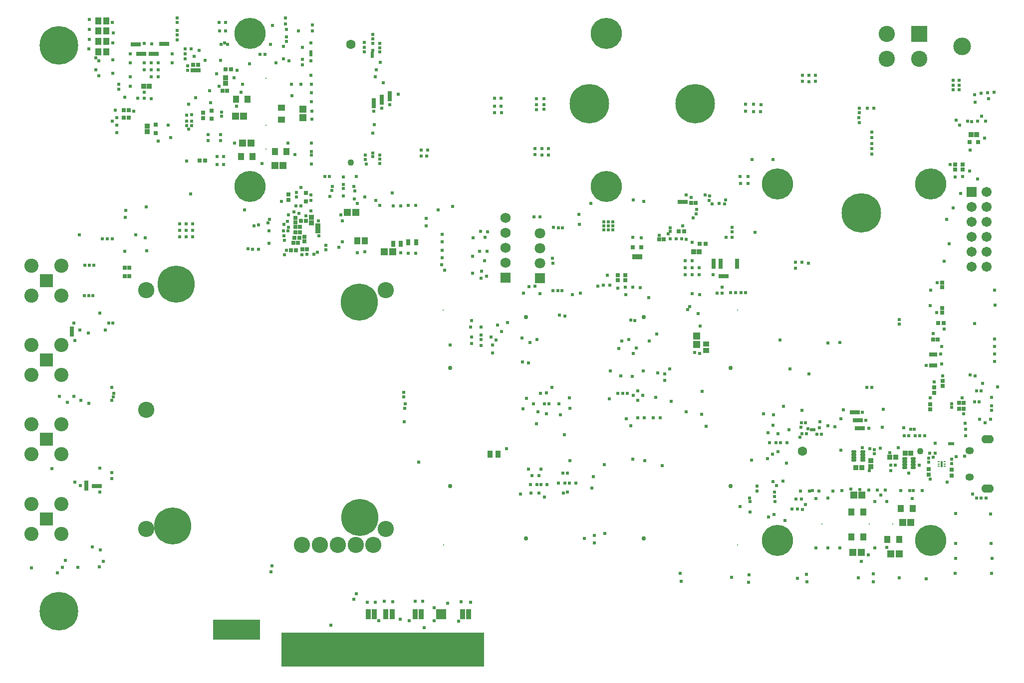
<source format=gbs>
G04*
G04 #@! TF.GenerationSoftware,Altium Limited,Altium Designer,21.6.4 (81)*
G04*
G04 Layer_Color=16711935*
%FSAX25Y25*%
%MOIN*%
G70*
G04*
G04 #@! TF.SameCoordinates,7F8DAD8D-1828-4383-9AFE-05E1B4F186B9*
G04*
G04*
G04 #@! TF.FilePolarity,Negative*
G04*
G01*
G75*
%ADD52R,0.01457X0.00945*%
%ADD53R,0.01575X0.04252*%
%ADD86R,0.02816X0.02648*%
%ADD87R,0.02016X0.02288*%
%ADD88R,0.02911X0.02648*%
%ADD89R,0.02756X0.02756*%
%ADD113R,0.02648X0.02911*%
%ADD120R,0.02288X0.02016*%
%ADD124R,0.02648X0.02816*%
%ADD149R,0.31496X0.13583*%
%ADD150R,1.35433X0.23032*%
%ADD155R,0.02572X0.02572*%
%ADD156R,0.05131X0.04934*%
%ADD157R,0.04934X0.05131*%
%ADD166R,0.02769X0.02572*%
%ADD168R,0.02965X0.02965*%
%ADD172R,0.02572X0.02769*%
%ADD173R,0.02965X0.02965*%
%ADD177R,0.03359X0.03162*%
%ADD188R,0.03162X0.03359*%
%ADD202R,0.03600X0.17300*%
%ADD203R,0.03600X0.13400*%
%ADD206C,0.09461*%
%ADD207R,0.08674X0.08674*%
%ADD208C,0.06902*%
%ADD209R,0.06902X0.06902*%
%ADD210C,0.07099*%
%ADD211R,0.07099X0.07099*%
%ADD212C,0.11800*%
%ADD213R,0.10827X0.10827*%
%ADD214C,0.10827*%
%ADD215C,0.25800*%
%ADD216O,0.05721X0.04934*%
%ADD217O,0.08280X0.05524*%
%ADD218C,0.00800*%
%ADD219C,0.06299*%
%ADD220C,0.04331*%
%ADD221C,0.26391*%
%ADD222C,0.02966*%
%ADD223C,0.10800*%
%ADD224C,0.24800*%
%ADD225R,0.00800X0.00800*%
%ADD226R,0.06706X0.06706*%
%ADD227C,0.06706*%
%ADD228C,0.02400*%
%ADD229C,0.20800*%
%ADD259R,0.01968X0.02362*%
%ADD260R,0.02712X0.02648*%
%ADD262R,0.02362X0.01968*%
%ADD266R,0.03937X0.04921*%
%ADD267R,0.04921X0.03937*%
%ADD268R,0.02029X0.01860*%
%ADD271R,0.02756X0.02756*%
G04:AMPARAMS|DCode=276|XSize=33.98mil|YSize=20.6mil|CornerRadius=5.58mil|HoleSize=0mil|Usage=FLASHONLY|Rotation=0.000|XOffset=0mil|YOffset=0mil|HoleType=Round|Shape=RoundedRectangle|*
%AMROUNDEDRECTD276*
21,1,0.03398,0.00945,0,0,0.0*
21,1,0.02284,0.02060,0,0,0.0*
1,1,0.01115,0.01142,-0.00472*
1,1,0.01115,-0.01142,-0.00472*
1,1,0.01115,-0.01142,0.00472*
1,1,0.01115,0.01142,0.00472*
%
%ADD276ROUNDEDRECTD276*%
%ADD277R,0.03359X0.03359*%
%ADD278R,0.03359X0.03359*%
%ADD279R,0.03359X0.03556*%
%ADD280R,0.03635X0.04737*%
%ADD281R,0.02965X0.02769*%
%ADD282R,0.03753X0.03556*%
%ADD283R,0.02572X0.02572*%
%ADD284R,0.04147X0.03753*%
%ADD285R,0.03950X0.04540*%
%ADD286R,0.03005X0.02847*%
%ADD287R,0.03320X0.03477*%
%ADD288R,0.03477X0.03320*%
%ADD289R,0.03162X0.03950*%
G54D52*
X0587625Y-0281567D02*
D03*
Y-0279992D02*
D03*
Y-0278418D02*
D03*
X0591680D02*
D03*
Y-0279992D02*
D03*
Y-0281567D02*
D03*
G54D53*
X0589652Y-0279992D02*
D03*
G54D86*
X0097553Y-0077165D02*
D03*
X0093785D02*
D03*
G54D87*
X0544471Y-0273290D02*
D03*
Y-0270412D02*
D03*
X0580866Y-0278931D02*
D03*
Y-0276053D02*
D03*
X0596220Y-0279718D02*
D03*
Y-0276840D02*
D03*
X0477872Y-0298948D02*
D03*
Y-0301826D02*
D03*
X0189764Y-0095927D02*
D03*
Y-0093049D02*
D03*
X0151751Y0002505D02*
D03*
Y0005383D02*
D03*
X0209449Y0004195D02*
D03*
Y0001317D02*
D03*
X0203839Y-0001514D02*
D03*
Y-0004392D02*
D03*
X0214173Y-0001711D02*
D03*
Y-0004589D02*
D03*
X0204537Y-0076439D02*
D03*
Y-0073561D02*
D03*
X0214173Y-0076242D02*
D03*
Y-0073364D02*
D03*
X0108661Y-0047638D02*
D03*
Y-0044760D02*
D03*
X0281890Y-0196715D02*
D03*
Y-0193836D02*
D03*
X0158661Y-0101429D02*
D03*
Y-0098551D02*
D03*
G54D88*
X0413911Y-0124409D02*
D03*
X0417585D02*
D03*
X0114829Y-0016142D02*
D03*
X0111155D02*
D03*
G54D89*
X0064528Y-0058729D02*
D03*
Y-0053218D02*
D03*
X0101969Y-0049213D02*
D03*
Y-0043701D02*
D03*
X0164961Y-0098819D02*
D03*
Y-0104331D02*
D03*
G54D113*
X0096063Y-0048687D02*
D03*
Y-0045013D02*
D03*
X0153150Y-0099738D02*
D03*
Y-0103412D02*
D03*
G54D120*
X0558375Y-0280755D02*
D03*
X0555497D02*
D03*
X0478876Y-0265748D02*
D03*
X0481754D02*
D03*
X0495805Y-0252362D02*
D03*
X0498683D02*
D03*
X0509116Y-0260136D02*
D03*
X0506238D02*
D03*
X0496199Y-0259842D02*
D03*
X0499077D02*
D03*
X0564506Y-0261119D02*
D03*
X0567384D02*
D03*
X0574766Y-0261122D02*
D03*
X0571888D02*
D03*
X0340809Y-0292913D02*
D03*
X0337931D02*
D03*
X0321912Y-0293701D02*
D03*
X0319033D02*
D03*
X0327030Y-0239764D02*
D03*
X0324151D02*
D03*
X0376514Y-0232972D02*
D03*
X0379392D02*
D03*
X0611553Y-0238583D02*
D03*
X0614431D02*
D03*
X0612887Y-0231102D02*
D03*
X0615765D02*
D03*
G54D124*
X0596220Y-0283876D02*
D03*
Y-0287644D02*
D03*
X0580866Y-0283482D02*
D03*
Y-0287250D02*
D03*
G54D149*
X0118504Y-0390698D02*
D03*
G54D150*
X0216142Y-0404084D02*
D03*
G54D155*
X0109055Y-0030315D02*
D03*
X0112205D02*
D03*
X0160863Y-0121457D02*
D03*
X0157713D02*
D03*
X0425197Y-0105512D02*
D03*
X0422047D02*
D03*
X0092732Y-0013129D02*
D03*
X0089583D02*
D03*
X0043268Y-0048355D02*
D03*
X0046417D02*
D03*
X0043268Y-0043355D02*
D03*
X0046417D02*
D03*
X0158107Y-0137205D02*
D03*
X0154957D02*
D03*
X0162437Y-0136417D02*
D03*
X0165587D02*
D03*
X0043701Y-0148819D02*
D03*
X0046850D02*
D03*
X0161596Y-0117597D02*
D03*
X0164746D02*
D03*
X0156434Y-0132185D02*
D03*
X0159583D02*
D03*
X0160863Y-0125000D02*
D03*
X0157713D02*
D03*
X0160469Y-0128937D02*
D03*
X0157319D02*
D03*
G54D156*
X0425938Y-0194488D02*
D03*
Y-0200000D02*
D03*
X0162992Y-0042913D02*
D03*
Y-0048425D02*
D03*
G54D157*
X0555512Y-0340158D02*
D03*
X0561024D02*
D03*
X0535827Y-0338976D02*
D03*
X0530315D02*
D03*
X0568898Y-0319291D02*
D03*
X0563386D02*
D03*
X0536221Y-0300787D02*
D03*
X0530709D02*
D03*
X0128159Y-0065403D02*
D03*
X0122648D02*
D03*
X0117825Y-0047401D02*
D03*
X0123337D02*
D03*
X0149606Y-0080315D02*
D03*
X0144095D02*
D03*
X0222835Y-0138189D02*
D03*
X0217323D02*
D03*
X0198031Y-0111811D02*
D03*
X0192520D02*
D03*
G54D166*
X0043925Y-0154365D02*
D03*
X0046878D02*
D03*
X0585335Y-0214173D02*
D03*
X0582382D02*
D03*
X0586909Y-0196850D02*
D03*
X0583957D02*
D03*
X0582382Y-0206693D02*
D03*
X0585335D02*
D03*
G54D168*
X0590748Y-0185827D02*
D03*
X0587205D02*
D03*
G54D172*
X0589764Y-0178642D02*
D03*
Y-0175689D02*
D03*
X0589730Y-0158745D02*
D03*
Y-0161698D02*
D03*
G54D173*
X0581890Y-0243602D02*
D03*
Y-0240059D02*
D03*
X0590158Y-0224311D02*
D03*
Y-0227854D02*
D03*
X0584646Y-0228937D02*
D03*
Y-0232480D02*
D03*
G54D177*
X0442028Y-0154331D02*
D03*
X0445374D02*
D03*
X0071752Y0000787D02*
D03*
X0068405D02*
D03*
X0053248Y-0005709D02*
D03*
X0056595D02*
D03*
X0536434Y-0256004D02*
D03*
X0533088D02*
D03*
X0535257Y-0250886D02*
D03*
X0531910D02*
D03*
X0533249Y-0245374D02*
D03*
X0529902D02*
D03*
X0414725Y-0104643D02*
D03*
X0418071D02*
D03*
X0052854Y0000394D02*
D03*
X0049508D02*
D03*
X0064862Y-0005709D02*
D03*
X0061516D02*
D03*
X0092831Y-0016929D02*
D03*
X0089484D02*
D03*
X0023524Y-0294882D02*
D03*
X0026870D02*
D03*
G54D188*
X0437303Y-0144390D02*
D03*
Y-0147736D02*
D03*
X0441732Y-0144390D02*
D03*
Y-0147736D02*
D03*
X0452854Y-0144390D02*
D03*
Y-0147736D02*
D03*
X0210236Y-0040431D02*
D03*
Y-0037085D02*
D03*
X0215354Y-0038291D02*
D03*
Y-0034944D02*
D03*
X0220866Y-0035972D02*
D03*
Y-0032626D02*
D03*
X0018110Y-0296161D02*
D03*
Y-0292815D02*
D03*
X0008661Y-0193012D02*
D03*
Y-0189665D02*
D03*
G54D202*
X0281102Y-0401427D02*
D03*
X0159055D02*
D03*
X0155118D02*
D03*
X0186614D02*
D03*
X0182677D02*
D03*
X0241732D02*
D03*
X0273228D02*
D03*
X0269291D02*
D03*
X0257480D02*
D03*
X0237795D02*
D03*
X0253543D02*
D03*
X0222047D02*
D03*
X0218110D02*
D03*
X0210236D02*
D03*
X0206299D02*
D03*
X0190551D02*
D03*
X0166929D02*
D03*
X0170866D02*
D03*
X0174803D02*
D03*
X0178740D02*
D03*
X0229921D02*
D03*
X0214173D02*
D03*
X0202362D02*
D03*
X0249606D02*
D03*
X0265354D02*
D03*
X0245669D02*
D03*
X0277165D02*
D03*
X0261417D02*
D03*
X0233858D02*
D03*
X0225984D02*
D03*
X0162992D02*
D03*
G54D203*
X0151181Y-0399477D02*
D03*
G54D206*
X-0018464Y-0147332D02*
D03*
X0001535D02*
D03*
Y-0167332D02*
D03*
X-0018464D02*
D03*
Y-0326781D02*
D03*
X0001535D02*
D03*
Y-0306781D02*
D03*
X-0018464D02*
D03*
X-0018465Y-0273630D02*
D03*
X0001535D02*
D03*
Y-0253630D02*
D03*
X-0018465D02*
D03*
Y-0220480D02*
D03*
X0001535D02*
D03*
Y-0200480D02*
D03*
X-0018465D02*
D03*
G54D207*
X-0008465Y-0157332D02*
D03*
Y-0316781D02*
D03*
X-0008465Y-0263630D02*
D03*
Y-0210480D02*
D03*
G54D208*
X0298031Y-0115512D02*
D03*
Y-0145512D02*
D03*
Y-0125512D02*
D03*
Y-0135512D02*
D03*
G54D209*
Y-0155512D02*
D03*
G54D210*
X0321260Y-0145669D02*
D03*
Y-0135669D02*
D03*
Y-0125669D02*
D03*
G54D211*
Y-0155669D02*
D03*
G54D212*
X0603110Y-0000805D02*
D03*
G54D213*
X0574409Y0007445D02*
D03*
G54D214*
Y-0009055D02*
D03*
X0552709Y0007445D02*
D03*
Y-0009055D02*
D03*
G54D215*
X0000000Y0000000D02*
D03*
X0000000Y-0378395D02*
D03*
G54D216*
X0608268Y-0288779D02*
D03*
Y-0271260D02*
D03*
G54D217*
X0620079Y-0263583D02*
D03*
Y-0296457D02*
D03*
G54D218*
X0138297Y-0022096D02*
D03*
Y-0069340D02*
D03*
D03*
Y-0053592D02*
D03*
X0541093Y-0320167D02*
D03*
X0556841D02*
D03*
X0509597D02*
D03*
X0556841D02*
D03*
G54D219*
X0194882Y0000394D02*
D03*
X0496457Y-0271358D02*
D03*
G54D220*
X0194882Y-0078347D02*
D03*
X0575197Y-0271358D02*
D03*
G54D221*
X0354035Y-0038976D02*
D03*
X0424803D02*
D03*
X0535827Y-0112205D02*
D03*
G54D222*
X0390462Y-0181769D02*
D03*
X0311722D02*
D03*
X0390452Y-0329890D02*
D03*
X0311712D02*
D03*
X0261082Y-0294702D02*
D03*
Y-0215962D02*
D03*
X0448573Y-0215972D02*
D03*
Y-0294712D02*
D03*
G54D223*
X0186221Y-0334252D02*
D03*
X0198031D02*
D03*
X0058268Y-0163779D02*
D03*
X0209842Y-0334252D02*
D03*
X0058268Y-0323622D02*
D03*
X0218110Y-0163779D02*
D03*
X0058268Y-0243701D02*
D03*
X0174221Y-0334252D02*
D03*
X0218110Y-0323622D02*
D03*
X0162221Y-0334252D02*
D03*
X0174221D02*
D03*
X0198031D02*
D03*
X0209842D02*
D03*
X0218110Y-0163779D02*
D03*
Y-0323622D02*
D03*
X0058268D02*
D03*
Y-0243701D02*
D03*
Y-0163779D02*
D03*
X0186221Y-0334252D02*
D03*
X0162221D02*
D03*
G54D224*
X0200876Y-0315719D02*
D03*
X0075768Y-0321622D02*
D03*
X0078268Y-0159780D02*
D03*
X0200610Y-0171879D02*
D03*
G54D225*
X0453193Y-0334056D02*
D03*
X0256593Y-0177056D02*
D03*
X0256693Y-0334056D02*
D03*
X0453193Y-0177056D02*
D03*
G54D226*
X0609449Y-0098189D02*
D03*
G54D227*
Y-0108189D02*
D03*
Y-0118189D02*
D03*
Y-0128189D02*
D03*
Y-0138189D02*
D03*
Y-0148189D02*
D03*
X0619449Y-0098189D02*
D03*
Y-0108189D02*
D03*
Y-0118189D02*
D03*
Y-0128189D02*
D03*
Y-0138189D02*
D03*
Y-0148189D02*
D03*
G54D228*
X0460236Y-0092520D02*
D03*
X0458661Y-0039370D02*
D03*
X0460236Y-0087795D02*
D03*
X0458661Y-0044094D02*
D03*
X0463779Y-0044488D02*
D03*
X0462992Y-0076378D02*
D03*
X0463779Y-0039370D02*
D03*
X0181534Y-0387757D02*
D03*
X0522047Y-0270866D02*
D03*
X0496620Y-0310492D02*
D03*
X0061811Y0000787D02*
D03*
X0593307Y-0292126D02*
D03*
X0245325Y-0120837D02*
D03*
X0500049Y-0256633D02*
D03*
X0585039Y-0266142D02*
D03*
X0560630Y-0269291D02*
D03*
X0599044Y-0275032D02*
D03*
X0585039Y-0272835D02*
D03*
X0581496D02*
D03*
X0548425Y-0269632D02*
D03*
X0541093Y-0284626D02*
D03*
X0541411Y-0269932D02*
D03*
X0536489Y-0269182D02*
D03*
X0554724Y-0272441D02*
D03*
X0555460Y-0284401D02*
D03*
X0574406Y-0280807D02*
D03*
X0567525Y-0286203D02*
D03*
X0581890Y-0290158D02*
D03*
X0583815Y-0275386D02*
D03*
X0614822Y-0250158D02*
D03*
X0604724Y-0274803D02*
D03*
X0321260Y-0166142D02*
D03*
X0150394Y-0140157D02*
D03*
X0317323Y-0114961D02*
D03*
X0321260D02*
D03*
X0309449Y-0211811D02*
D03*
X0313386Y-0212598D02*
D03*
X0124016Y-0110236D02*
D03*
X0222351Y-0098694D02*
D03*
X0245276Y-0115748D02*
D03*
X0211648Y-0103695D02*
D03*
X0044001Y-0137747D02*
D03*
X0057422Y-0128927D02*
D03*
X0089312Y-0128140D02*
D03*
X0084981D02*
D03*
X0080651D02*
D03*
X0089312Y-0123809D02*
D03*
X0084981D02*
D03*
X0080651D02*
D03*
X0089312Y-0119478D02*
D03*
X0084981D02*
D03*
X0080651D02*
D03*
X0058407Y-0137589D02*
D03*
X0044134Y-0115080D02*
D03*
X0044621Y-0110628D02*
D03*
X0058210Y-0108061D02*
D03*
X0139370Y-0118898D02*
D03*
X0262724Y-0107813D02*
D03*
X0253082Y-0110236D02*
D03*
X0317828Y-0161260D02*
D03*
X0313878Y-0161597D02*
D03*
X0286221Y-0124803D02*
D03*
X0285827Y-0137795D02*
D03*
X0285384Y-0154492D02*
D03*
X0284646Y-0128347D02*
D03*
X0284252Y-0144095D02*
D03*
X0282058Y-0151217D02*
D03*
X0281890Y-0155905D02*
D03*
X0281496Y-0124409D02*
D03*
X0280709Y-0137795D02*
D03*
X0276650Y-0128810D02*
D03*
X0276083Y-0152559D02*
D03*
Y-0141142D02*
D03*
X0255906Y-0126378D02*
D03*
Y-0131496D02*
D03*
Y-0137008D02*
D03*
Y-0142126D02*
D03*
X0257480Y-0150394D02*
D03*
X0255512Y-0146850D02*
D03*
X0140551Y-0116535D02*
D03*
X0364567Y-0326378D02*
D03*
X0357575Y-0327776D02*
D03*
X0357480Y-0332677D02*
D03*
X0350787Y-0329921D02*
D03*
X0205906Y-0372441D02*
D03*
X0211024D02*
D03*
X0222835Y-0372047D02*
D03*
X0217323Y-0371654D02*
D03*
X0237795D02*
D03*
X0242897Y-0371864D02*
D03*
X0250394Y-0375984D02*
D03*
X0259449Y-0373228D02*
D03*
X0268504Y-0372047D02*
D03*
X0274803Y-0372441D02*
D03*
X0266929Y-0385039D02*
D03*
X0243701Y-0389370D02*
D03*
X0250394Y-0384646D02*
D03*
X0227953Y-0383858D02*
D03*
X0233858Y-0384646D02*
D03*
X0213386D02*
D03*
X0513386Y-0199213D02*
D03*
X0521654Y-0198819D02*
D03*
X0591339Y-0189764D02*
D03*
X0153225Y-0121747D02*
D03*
X0133099Y-0136519D02*
D03*
X0024500Y-0008429D02*
D03*
X0603150Y-0235946D02*
D03*
X0604316Y-0246600D02*
D03*
X0152756Y-0065354D02*
D03*
X0157480Y-0073228D02*
D03*
X0381890Y-0183858D02*
D03*
X0384646Y-0184252D02*
D03*
X0359842Y-0161024D02*
D03*
X0363386Y-0160630D02*
D03*
X0367717D02*
D03*
X0454775Y-0308565D02*
D03*
X0569685Y-0303150D02*
D03*
X0608268Y-0084252D02*
D03*
X0383083Y-0161839D02*
D03*
X0421313Y-0174784D02*
D03*
X0396850Y-0249016D02*
D03*
X0129063Y-0136618D02*
D03*
X0038613Y-0053355D02*
D03*
X0172674Y-0138386D02*
D03*
X0613406Y-0089494D02*
D03*
X0388189Y-0162205D02*
D03*
X0419798Y-0176745D02*
D03*
X0401575Y-0249213D02*
D03*
X0126307Y-0136224D02*
D03*
X0038583Y-0058355D02*
D03*
X0170311Y-0139961D02*
D03*
X0491732Y-0149213D02*
D03*
X0500394Y-0145669D02*
D03*
X0496063Y-0145276D02*
D03*
X0491732D02*
D03*
X0550391Y-0243310D02*
D03*
X0477165Y-0247244D02*
D03*
X0539370Y-0228740D02*
D03*
X0542913D02*
D03*
X0561024Y-0183465D02*
D03*
Y-0186614D02*
D03*
X-0004724Y-0283071D02*
D03*
X0035433Y-0129528D02*
D03*
X0032283D02*
D03*
X0028740D02*
D03*
X0035433Y-0050787D02*
D03*
X0149935Y-0124206D02*
D03*
X0150233Y-0119882D02*
D03*
X0429528Y-0231496D02*
D03*
X0364173Y-0280315D02*
D03*
X0464961Y-0125197D02*
D03*
X0050000Y-0044094D02*
D03*
X0324016Y-0042913D02*
D03*
X0318898Y-0043307D02*
D03*
X0324016Y-0039764D02*
D03*
X0318898D02*
D03*
X0324016Y-0035827D02*
D03*
X0318898D02*
D03*
X0505118Y-0024016D02*
D03*
X0500787Y-0024409D02*
D03*
X0496457Y-0024016D02*
D03*
X0505118Y-0020079D02*
D03*
X0500787D02*
D03*
X0496457D02*
D03*
X0245669Y-0074016D02*
D03*
X0246063Y-0070079D02*
D03*
X0241732Y-0074016D02*
D03*
Y-0070079D02*
D03*
X0326772Y-0073622D02*
D03*
X0322441D02*
D03*
X0317717Y-0073228D02*
D03*
X0326772Y-0069291D02*
D03*
X0322441D02*
D03*
X0317717D02*
D03*
X0427953Y-0206299D02*
D03*
X0481496Y-0197244D02*
D03*
X0468504Y-0044488D02*
D03*
X0468898Y-0039764D02*
D03*
X0295669Y-0045276D02*
D03*
X0290945D02*
D03*
X0295276Y-0040945D02*
D03*
X0290945D02*
D03*
X0295276Y-0035433D02*
D03*
X0290945D02*
D03*
X0118504Y-0040945D02*
D03*
X0085039Y-0077559D02*
D03*
X0383465Y-0234252D02*
D03*
X0389764D02*
D03*
X0386614Y-0237402D02*
D03*
Y-0231102D02*
D03*
X0611811Y-0221260D02*
D03*
X0426772Y-0179528D02*
D03*
X0418898Y-0245276D02*
D03*
X0602105Y-0099109D02*
D03*
X0597244Y-0108661D02*
D03*
X0592913Y-0116535D02*
D03*
X0594488Y-0132677D02*
D03*
X0043701Y-0034646D02*
D03*
X0051287Y-0126878D02*
D03*
X0013386D02*
D03*
X0029543Y-0345214D02*
D03*
X0240158Y-0278740D02*
D03*
X0026378Y-0020472D02*
D03*
X0024409Y-0016535D02*
D03*
X0026378Y-0010630D02*
D03*
X0035433Y0015354D02*
D03*
X0036220Y0008268D02*
D03*
X0035827Y0001575D02*
D03*
X0019685Y-0002362D02*
D03*
X0020079Y0003937D02*
D03*
Y0010630D02*
D03*
Y0017323D02*
D03*
X0298819Y-0269685D02*
D03*
X0391339Y-0277953D02*
D03*
X0299606Y-0185433D02*
D03*
X0231102Y-0239764D02*
D03*
X0230709Y-0242913D02*
D03*
X0399213Y-0193307D02*
D03*
X0204331Y-0101575D02*
D03*
X0432283Y-0254724D02*
D03*
X0496063Y-0244094D02*
D03*
X0173228Y-0117323D02*
D03*
X0261024Y-0200394D02*
D03*
X0381890Y-0254331D02*
D03*
X0318989Y-0253024D02*
D03*
X0337402Y-0260630D02*
D03*
X0429134Y-0246850D02*
D03*
X0483831Y-0241339D02*
D03*
X0488189Y-0216535D02*
D03*
X0500971Y-0219896D02*
D03*
X0470472Y-0246457D02*
D03*
X0476968Y-0076378D02*
D03*
X0289370Y-0205906D02*
D03*
X0153150Y-0113386D02*
D03*
X0226378Y-0032677D02*
D03*
X0100394Y-0030315D02*
D03*
X0383071Y-0276772D02*
D03*
X0402756Y-0281102D02*
D03*
X0616929Y-0225984D02*
D03*
X0611614Y-0186107D02*
D03*
X0586221Y-0178740D02*
D03*
X0591339Y-0144488D02*
D03*
X0586614Y-0158661D02*
D03*
X0582165Y-0163898D02*
D03*
X0581890Y-0174016D02*
D03*
X0579134Y-0214006D02*
D03*
X0581890Y-0235925D02*
D03*
X0584646Y-0225197D02*
D03*
X0590188Y-0221161D02*
D03*
X0608661Y-0220472D02*
D03*
X0589370Y-0212992D02*
D03*
X0588922Y-0206462D02*
D03*
X0583858Y-0192913D02*
D03*
X0589370Y-0201575D02*
D03*
X0027559Y-0337402D02*
D03*
X0341339Y-0277953D02*
D03*
X0407874Y-0216535D02*
D03*
X0408760Y-0238189D02*
D03*
X0462473Y-0277635D02*
D03*
X0321850Y-0283465D02*
D03*
X0461417Y-0305118D02*
D03*
X0598397Y-0088288D02*
D03*
X0603543Y-0087795D02*
D03*
X0135433Y-0079134D02*
D03*
X0424409Y-0205512D02*
D03*
X0428346Y-0187795D02*
D03*
X0140070Y-0132385D02*
D03*
X0140116Y-0124048D02*
D03*
X0141339Y0000394D02*
D03*
X0180610Y-0087795D02*
D03*
X0198524D02*
D03*
X0197244Y-0102756D02*
D03*
X0181004Y-0101181D02*
D03*
X0177559Y-0087795D02*
D03*
X0197638Y-0097638D02*
D03*
X0182283Y-0097244D02*
D03*
X0182677Y-0094488D02*
D03*
X0189764Y-0088189D02*
D03*
Y-0100787D02*
D03*
X0196850Y-0094488D02*
D03*
X0161417Y-0025984D02*
D03*
X0169291Y0013386D02*
D03*
Y0009646D02*
D03*
X0159843D02*
D03*
X0151181Y0014173D02*
D03*
X0142520Y0013189D02*
D03*
X0144685Y-0011811D02*
D03*
X0162598Y-0009449D02*
D03*
X0153543Y-0010433D02*
D03*
X0162598Y-0013189D02*
D03*
Y-0001575D02*
D03*
X0151181Y0018110D02*
D03*
X0137598Y-0006299D02*
D03*
X0134055D02*
D03*
X0149803Y-0009238D02*
D03*
X0150000Y-0000787D02*
D03*
X0151782Y0010443D02*
D03*
X0473303Y-0276476D02*
D03*
X0479331Y-0294626D02*
D03*
X0487402Y-0256988D02*
D03*
X0485827Y-0279429D02*
D03*
X0476772Y-0254035D02*
D03*
X0473622Y-0259055D02*
D03*
X0476378Y-0273622D02*
D03*
X0486221Y-0265748D02*
D03*
X0474409D02*
D03*
X0480315Y-0259744D02*
D03*
Y-0271752D02*
D03*
X0548819Y-0300787D02*
D03*
X0489567Y-0310236D02*
D03*
X0492323Y-0303543D02*
D03*
X0495866D02*
D03*
X0483465Y-0291535D02*
D03*
X0476772Y-0291929D02*
D03*
X0466142Y-0294685D02*
D03*
Y-0298228D02*
D03*
X0461417Y-0312099D02*
D03*
X0473819Y-0315354D02*
D03*
X0484842Y-0317717D02*
D03*
X0493110Y-0310236D02*
D03*
X0461024Y-0302756D02*
D03*
X0498425Y-0307087D02*
D03*
X0478346Y-0305118D02*
D03*
X0477362Y-0313767D02*
D03*
X0596865Y-0266396D02*
D03*
X0594765D02*
D03*
X0624938Y-0196373D02*
D03*
X0624926Y-0201353D02*
D03*
X0624938Y-0206373D02*
D03*
X0624918Y-0211353D02*
D03*
X0625079Y-0173898D02*
D03*
X0624685Y-0163898D02*
D03*
X0551968Y-0297638D02*
D03*
X0127165Y-0012598D02*
D03*
X0118110Y-0036220D02*
D03*
X0117717Y-0047293D02*
D03*
X0121653Y-0031496D02*
D03*
X0404493Y-0224149D02*
D03*
X0404626Y-0219685D02*
D03*
X0578332Y-0261235D02*
D03*
X0507874Y-0255906D02*
D03*
X0534814Y-0297190D02*
D03*
X0528960Y-0296841D02*
D03*
X0495276Y-0298130D02*
D03*
X0503346Y-0297967D02*
D03*
X0507480Y-0298130D02*
D03*
X0501181D02*
D03*
X0516929D02*
D03*
X0522835Y-0297736D02*
D03*
X0540945Y-0297342D02*
D03*
X0546457D02*
D03*
X0562205Y-0297736D02*
D03*
X0568110D02*
D03*
X0570472D02*
D03*
X0576378D02*
D03*
X0571260Y-0256791D02*
D03*
X0568898D02*
D03*
X0550000Y-0255610D02*
D03*
X0540945Y-0256004D02*
D03*
X0538976Y-0250886D02*
D03*
X0536614Y-0245374D02*
D03*
X0518110Y-0255217D02*
D03*
X0522047Y-0249705D02*
D03*
X0524016Y-0243799D02*
D03*
X0502362Y-0257185D02*
D03*
X0504331D02*
D03*
X0513386Y-0254429D02*
D03*
X0508268Y-0251673D02*
D03*
X0564173Y-0255906D02*
D03*
X0494882Y-0262303D02*
D03*
X0495669Y-0255512D02*
D03*
X0209449Y0007087D02*
D03*
X0203937Y0001969D02*
D03*
X0214173Y0001181D02*
D03*
Y-0079134D02*
D03*
X0205118Y-0079380D02*
D03*
X0214567Y-0011417D02*
D03*
X0211811Y-0016535D02*
D03*
X0209055Y-0007480D02*
D03*
Y-0005512D02*
D03*
X0209449Y-0003543D02*
D03*
X0216535Y-0025197D02*
D03*
X0211024Y-0021260D02*
D03*
X0220866Y-0039764D02*
D03*
X0215354Y-0042126D02*
D03*
X0210236Y-0044094D02*
D03*
X0210630Y-0053150D02*
D03*
X0209541Y-0058689D02*
D03*
X0209449Y-0072047D02*
D03*
Y-0074410D02*
D03*
X0168504Y-0079528D02*
D03*
Y-0073622D02*
D03*
Y-0071260D02*
D03*
Y-0065354D02*
D03*
X0168898Y-0049606D02*
D03*
Y-0044094D02*
D03*
X0168504Y-0037795D02*
D03*
Y-0031890D02*
D03*
Y-0025984D02*
D03*
X0168110Y-0020079D02*
D03*
Y-0004331D02*
D03*
Y-0010630D02*
D03*
X0168273Y-0006496D02*
D03*
X0168110Y0001575D02*
D03*
X0101181Y-0038583D02*
D03*
X0144095Y-0080315D02*
D03*
X0149606D02*
D03*
X0117323Y-0065354D02*
D03*
X0121467Y-0074575D02*
D03*
X-0018601Y-0349409D02*
D03*
X0087795Y-0099606D02*
D03*
X0540551Y-0340945D02*
D03*
X0535827Y-0345276D02*
D03*
X0555512Y-0340158D02*
D03*
X0544882Y-0336221D02*
D03*
X0552756Y-0335827D02*
D03*
X0561024Y-0340158D02*
D03*
X0568898Y-0319009D02*
D03*
X0570079Y-0309921D02*
D03*
X0552756Y-0305118D02*
D03*
X0544882D02*
D03*
X0536221Y-0300787D02*
D03*
X0530709D02*
D03*
X0530315Y-0338976D02*
D03*
X0513406Y-0302902D02*
D03*
X0521654Y-0336221D02*
D03*
X0513386D02*
D03*
X0505410Y-0336036D02*
D03*
X0505512Y-0303150D02*
D03*
X0455118Y-0092520D02*
D03*
X0454724Y-0087795D02*
D03*
X0624409Y-0031496D02*
D03*
X0620079Y-0031890D02*
D03*
X0615748Y-0032283D02*
D03*
X0611417Y-0033071D02*
D03*
X0620866Y-0035827D02*
D03*
X0611811Y-0038189D02*
D03*
X0601181Y-0023622D02*
D03*
X0597244D02*
D03*
Y-0029921D02*
D03*
X0601181Y-0026772D02*
D03*
Y-0029921D02*
D03*
X0597244Y-0026772D02*
D03*
X0542913Y-0072835D02*
D03*
Y-0069291D02*
D03*
Y-0065748D02*
D03*
Y-0061811D02*
D03*
Y-0058268D02*
D03*
X0595276Y-0079921D02*
D03*
X0608405Y-0070079D02*
D03*
X0618110Y-0062205D02*
D03*
X0616142Y-0047638D02*
D03*
X0618898Y-0050787D02*
D03*
X0613386D02*
D03*
X0609547Y-0051181D02*
D03*
X0606693Y-0050787D02*
D03*
X0601575Y-0053543D02*
D03*
X0599213Y-0050000D02*
D03*
X0544095Y-0042126D02*
D03*
X0539764D02*
D03*
X0534646Y-0051968D02*
D03*
X0534252Y-0048425D02*
D03*
X0534646Y-0045276D02*
D03*
Y-0042126D02*
D03*
X0238189Y-0107087D02*
D03*
X0233071D02*
D03*
X0223228Y-0107480D02*
D03*
X0228346D02*
D03*
X0238189Y-0138976D02*
D03*
X0233209Y-0139232D02*
D03*
X0228209Y-0138721D02*
D03*
X0217405Y-0138189D02*
D03*
X0223209Y-0137815D02*
D03*
X0214173Y-0107087D02*
D03*
X0192126Y-0111811D02*
D03*
X0199193Y-0105925D02*
D03*
X0204193Y-0138257D02*
D03*
X0199193Y-0138680D02*
D03*
X0130245Y-0120870D02*
D03*
X0133099Y-0119984D02*
D03*
X0148425Y-0104336D02*
D03*
X0153150Y-0103412D02*
D03*
Y-0099691D02*
D03*
X0158268Y-0107480D02*
D03*
X0168110Y-0103937D02*
D03*
Y-0100132D02*
D03*
X0161417Y-0095276D02*
D03*
Y-0107480D02*
D03*
X0178185Y-0136811D02*
D03*
Y-0133661D02*
D03*
X0150627Y-0130512D02*
D03*
X0150233Y-0127362D02*
D03*
X0152904Y-0124213D02*
D03*
X0152398Y-0117717D02*
D03*
X0156926Y-0111614D02*
D03*
X0164843Y-0114040D02*
D03*
X0160075Y-0112402D02*
D03*
X0168343Y-0110827D02*
D03*
X0186847Y-0135236D02*
D03*
X0188028Y-0113583D02*
D03*
X0189209Y-0131339D02*
D03*
Y-0117480D02*
D03*
X0173461Y-0127362D02*
D03*
X0165587Y-0139961D02*
D03*
X0151808Y-0137205D02*
D03*
X0162241Y-0140004D02*
D03*
X0106693Y0015354D02*
D03*
X0107087Y0009449D02*
D03*
X0111024D02*
D03*
Y0015354D02*
D03*
X0105512Y-0079921D02*
D03*
X0109843D02*
D03*
Y-0074410D02*
D03*
X0105512D02*
D03*
X0099606Y-0063779D02*
D03*
X0107874D02*
D03*
Y-0059842D02*
D03*
X0099606D02*
D03*
X0074616Y-0061723D02*
D03*
X0056693Y0001060D02*
D03*
X0039764Y-0029528D02*
D03*
Y-0025984D02*
D03*
X0035731Y-0009843D02*
D03*
Y-0018898D02*
D03*
X0047441Y-0027362D02*
D03*
Y-0021260D02*
D03*
Y-0005709D02*
D03*
Y-0011811D02*
D03*
X0075394Y-0005709D02*
D03*
Y-0011811D02*
D03*
X0066142D02*
D03*
X0061417D02*
D03*
X0056693D02*
D03*
Y-0016535D02*
D03*
X0061417D02*
D03*
X0066142D02*
D03*
Y-0021260D02*
D03*
X0061417D02*
D03*
X0052362Y-0035531D02*
D03*
X0061417Y-0035741D02*
D03*
X0037402Y-0043355D02*
D03*
X0038382Y-0048355D02*
D03*
X0066102Y-0064085D02*
D03*
X0072795Y-0053355D02*
D03*
X0086614Y-0056299D02*
D03*
X0091339Y-0035039D02*
D03*
X0086614Y-0039370D02*
D03*
X0088583Y-0053937D02*
D03*
X0085039D02*
D03*
X0088583Y-0050787D02*
D03*
X0085039D02*
D03*
X0088583Y-0046457D02*
D03*
X0085039Y-0046850D02*
D03*
X0084252Y-0009055D02*
D03*
Y-0005906D02*
D03*
Y-0002362D02*
D03*
X0088257Y-0002500D02*
D03*
X0093608Y-0003379D02*
D03*
X0090158Y-0007480D02*
D03*
X0107832Y-0010197D02*
D03*
X0097408D02*
D03*
X0106693Y-0027559D02*
D03*
X0105282Y-0019291D02*
D03*
X0085827Y-0016929D02*
D03*
X0085853Y-0013780D02*
D03*
X0078740Y0018110D02*
D03*
Y0015354D02*
D03*
Y0009843D02*
D03*
Y0006693D02*
D03*
Y0003543D02*
D03*
X0110589Y0001589D02*
D03*
X0108268Y0000394D02*
D03*
X0112598D02*
D03*
X0116929Y-0021654D02*
D03*
X0118898Y-0016929D02*
D03*
X0366043Y-0153937D02*
D03*
X0373228Y-0162598D02*
D03*
X0378346Y-0161811D02*
D03*
X0388713Y-0128731D02*
D03*
X0383083Y-0128504D02*
D03*
X0336221Y-0122047D02*
D03*
X0333465D02*
D03*
X0330315Y-0121653D02*
D03*
X0335827Y-0164173D02*
D03*
X0333071D02*
D03*
X0329919Y-0164008D02*
D03*
X0329656Y-0142480D02*
D03*
X0329722Y-0145827D02*
D03*
X0347638Y-0119882D02*
D03*
X0347244Y-0113189D02*
D03*
X0355035Y-0105876D02*
D03*
X0390654Y-0104510D02*
D03*
X0383465Y-0103543D02*
D03*
X0369685Y-0123622D02*
D03*
Y-0120866D02*
D03*
Y-0118110D02*
D03*
X0366929Y-0123622D02*
D03*
Y-0120866D02*
D03*
X0363779Y-0123622D02*
D03*
X0366929Y-0118110D02*
D03*
X0363779Y-0120866D02*
D03*
Y-0118110D02*
D03*
X0448425Y-0165354D02*
D03*
X0451968D02*
D03*
X0455512D02*
D03*
X0458661D02*
D03*
X0442815Y-0161747D02*
D03*
Y-0165847D02*
D03*
X0439561D02*
D03*
X0425984Y-0109843D02*
D03*
X0425630Y-0112894D02*
D03*
X0416535Y-0120768D02*
D03*
X0423622Y-0115354D02*
D03*
X0436811Y-0153543D02*
D03*
X0418110D02*
D03*
X0422835D02*
D03*
X0427559D02*
D03*
Y-0148819D02*
D03*
X0418110D02*
D03*
X0422835D02*
D03*
Y-0144095D02*
D03*
X0418110D02*
D03*
X0422835Y-0131791D02*
D03*
X0427843Y-0166966D02*
D03*
X0422835Y-0166284D02*
D03*
X0406693Y-0125984D02*
D03*
X0408268Y-0124409D02*
D03*
Y-0122047D02*
D03*
X0400984Y-0127102D02*
D03*
X0415748Y-0129609D02*
D03*
X0418898Y-0129753D02*
D03*
X0445276Y-0103543D02*
D03*
X0444488Y-0106299D02*
D03*
X0440945Y-0105905D02*
D03*
X0436221Y-0106299D02*
D03*
X0434347Y-0103743D02*
D03*
X0434646Y-0100787D02*
D03*
X0431496Y-0100000D02*
D03*
X0422047Y-0101969D02*
D03*
X0418898Y-0100000D02*
D03*
X0445669Y-0128347D02*
D03*
X0449606D02*
D03*
Y-0124803D02*
D03*
Y-0121653D02*
D03*
X0275590Y-0199606D02*
D03*
X0289370Y-0200394D02*
D03*
X0274803Y-0188583D02*
D03*
X0291831Y-0197012D02*
D03*
X0295669Y-0191339D02*
D03*
X0292815Y-0187106D02*
D03*
X0275590Y-0184252D02*
D03*
X0281890Y-0188583D02*
D03*
Y-0200771D02*
D03*
X0288583Y-0195276D02*
D03*
X0275503D02*
D03*
X0596063Y-0239895D02*
D03*
Y-0241995D02*
D03*
X0321654Y-0232677D02*
D03*
X0336614Y-0286221D02*
D03*
X0315945Y-0287795D02*
D03*
X0315333Y-0299430D02*
D03*
X0336811Y-0299399D02*
D03*
X0313386Y-0283465D02*
D03*
X0308268Y-0300000D02*
D03*
X0324184Y-0302194D02*
D03*
X0356693Y-0288583D02*
D03*
X0355741Y-0296063D02*
D03*
X0314961Y-0293701D02*
D03*
X0320472Y-0299569D02*
D03*
X0325776Y-0293701D02*
D03*
X0320472Y-0287865D02*
D03*
X0345161Y-0292913D02*
D03*
X0333465D02*
D03*
X0339370Y-0286162D02*
D03*
Y-0298819D02*
D03*
X0329134Y-0228740D02*
D03*
X0341274Y-0242913D02*
D03*
X0340786Y-0235827D02*
D03*
X0312322Y-0236221D02*
D03*
X0309782Y-0243307D02*
D03*
X0334842Y-0247244D02*
D03*
X0319685Y-0245276D02*
D03*
X0333714Y-0239764D02*
D03*
X0325590Y-0246324D02*
D03*
Y-0232344D02*
D03*
X0317009Y-0239764D02*
D03*
X0390896Y-0249065D02*
D03*
X0386615Y-0249113D02*
D03*
X0400000Y-0219291D02*
D03*
X0398472Y-0235531D02*
D03*
X0378937Y-0249803D02*
D03*
X0367654Y-0236614D02*
D03*
X0373093Y-0232972D02*
D03*
X0375197Y-0221260D02*
D03*
X0382776Y-0221555D02*
D03*
X0368232Y-0217717D02*
D03*
X0390158D02*
D03*
X0415623Y-0358391D02*
D03*
X0414772Y-0353273D02*
D03*
X0449150Y-0355832D02*
D03*
X0460678Y-0359179D02*
D03*
X0460900Y-0354061D02*
D03*
X0493234Y-0356620D02*
D03*
X0533931Y-0356296D02*
D03*
X0499525Y-0358855D02*
D03*
X0499302Y-0353737D02*
D03*
X0579072Y-0356690D02*
D03*
X0561330Y-0356099D02*
D03*
X0543698Y-0358659D02*
D03*
X0543718Y-0353540D02*
D03*
X0626987Y-0228346D02*
D03*
X0605512Y-0261024D02*
D03*
Y-0256693D02*
D03*
X0622835Y-0244094D02*
D03*
Y-0235433D02*
D03*
X0618504Y-0252362D02*
D03*
X0622101Y-0250000D02*
D03*
X0622803Y-0241006D02*
D03*
X0605317Y-0252756D02*
D03*
X0610236Y-0300000D02*
D03*
X0619148Y-0302756D02*
D03*
X0622221Y-0313481D02*
D03*
X0622753Y-0353307D02*
D03*
X0622677Y-0333307D02*
D03*
X0623228Y-0343307D02*
D03*
X0598583Y-0353307D02*
D03*
X0598819Y-0343307D02*
D03*
X0598959Y-0333307D02*
D03*
X0598898Y-0313307D02*
D03*
X0393701Y-0168898D02*
D03*
X0378594Y-0166966D02*
D03*
X0348031Y-0165748D02*
D03*
X0342808Y-0166966D02*
D03*
X0337795Y-0181102D02*
D03*
X0334252Y-0180315D02*
D03*
X0310236Y-0165748D02*
D03*
X0309055Y-0195669D02*
D03*
X0314675Y-0198819D02*
D03*
X0319291Y-0196850D02*
D03*
X0373730Y-0202888D02*
D03*
X0375698Y-0197700D02*
D03*
X0383572Y-0206205D02*
D03*
X0385541Y-0202460D02*
D03*
X0155427Y-0033907D02*
D03*
X0155328Y-0026033D02*
D03*
X0122539D02*
D03*
X0142126Y-0348031D02*
D03*
X0141587Y-0352161D02*
D03*
X0022047Y-0335433D02*
D03*
X0002097Y-0349213D02*
D03*
X0027067Y-0282677D02*
D03*
X0005584Y-0238905D02*
D03*
X0035120Y-0228937D02*
D03*
X0010630Y-0197638D02*
D03*
X0022441Y-0167323D02*
D03*
X0019685D02*
D03*
X0016929D02*
D03*
X0023228Y-0147244D02*
D03*
X0020079D02*
D03*
X0017323D02*
D03*
X0027165Y-0179134D02*
D03*
X0026772Y-0348819D02*
D03*
X-0001181Y-0352831D02*
D03*
X0004331Y-0344488D02*
D03*
X0012598Y-0349213D02*
D03*
X0035039Y-0289961D02*
D03*
Y-0285827D02*
D03*
X0027067Y-0298727D02*
D03*
X0010630Y-0292126D02*
D03*
X0014173Y-0294320D02*
D03*
X0000288Y-0234968D02*
D03*
X0010007D02*
D03*
X0019685Y-0239370D02*
D03*
X0014665Y-0237402D02*
D03*
X0036220Y-0235039D02*
D03*
X0036614Y-0232677D02*
D03*
X0035039Y-0237402D02*
D03*
X0030709Y-0190411D02*
D03*
X0033071Y-0185755D02*
D03*
X0035827D02*
D03*
X0013780Y-0190551D02*
D03*
X0009843Y-0185755D02*
D03*
X0019682Y-0192520D02*
D03*
X0198392Y-0366842D02*
D03*
X0196701Y-0370523D02*
D03*
X0394193Y-0197670D02*
D03*
X0380363Y-0196740D02*
D03*
X0230165Y-0235119D02*
D03*
X0230406Y-0251861D02*
D03*
X0230251Y-0232266D02*
D03*
G54D229*
X0127392Y-0094557D02*
D03*
X0365581Y0007806D02*
D03*
Y-0094557D02*
D03*
X0127392Y0007806D02*
D03*
X0479695Y-0331073D02*
D03*
X0582058Y-0092884D02*
D03*
X0479695D02*
D03*
X0582058Y-0331073D02*
D03*
G54D259*
X0412205Y-0129528D02*
D03*
X0408268D02*
D03*
G54D260*
X0431943Y-0132677D02*
D03*
X0427900D02*
D03*
G54D262*
X0056824Y-0031594D02*
D03*
Y-0035531D02*
D03*
G54D266*
X0561024Y-0330315D02*
D03*
X0553150D02*
D03*
X0529282Y-0328837D02*
D03*
X0537156D02*
D03*
X0562205Y-0309842D02*
D03*
X0570079D02*
D03*
X0529282Y-0312272D02*
D03*
X0537156D02*
D03*
X0125984Y-0036220D02*
D03*
X0118110D02*
D03*
X0121467Y-0074575D02*
D03*
X0129341D02*
D03*
X0144096Y-0071072D02*
D03*
X0151970D02*
D03*
G54D267*
X0148632Y-0049655D02*
D03*
Y-0041781D02*
D03*
G54D268*
X0612781Y-0302756D02*
D03*
X0615762D02*
D03*
X0152904Y-0124213D02*
D03*
X0149924D02*
D03*
G54D271*
X0388713Y-0135039D02*
D03*
X0383201D02*
D03*
X0613779Y-0064961D02*
D03*
X0608268D02*
D03*
G54D276*
X0564889Y-0280519D02*
D03*
Y-0282487D02*
D03*
Y-0278550D02*
D03*
Y-0276582D02*
D03*
X0570676D02*
D03*
Y-0278550D02*
D03*
Y-0280519D02*
D03*
Y-0282487D02*
D03*
X0536772Y-0273701D02*
D03*
Y-0271732D02*
D03*
Y-0275669D02*
D03*
Y-0277638D02*
D03*
X0530984D02*
D03*
Y-0275669D02*
D03*
Y-0273701D02*
D03*
Y-0271732D02*
D03*
G54D277*
X0532266Y-0282481D02*
D03*
X0536203D02*
D03*
X0568963Y-0272841D02*
D03*
X0565026D02*
D03*
X0558727Y-0275597D02*
D03*
X0554790D02*
D03*
G54D278*
X0542126Y-0277953D02*
D03*
Y-0281890D02*
D03*
G54D279*
X0111024Y-0021752D02*
D03*
Y-0025492D02*
D03*
G54D280*
X0287835Y-0273622D02*
D03*
X0293268D02*
D03*
G54D281*
X0400984Y-0129921D02*
D03*
X0403937D02*
D03*
G54D282*
X0423917Y-0137992D02*
D03*
X0427658D02*
D03*
X0056595Y-0027362D02*
D03*
X0060335D02*
D03*
G54D283*
X0378083Y-0153937D02*
D03*
Y-0157087D02*
D03*
X0373083Y-0153937D02*
D03*
Y-0157087D02*
D03*
X0603357Y-0083008D02*
D03*
Y-0079858D02*
D03*
X0598425Y-0083071D02*
D03*
Y-0079921D02*
D03*
X0158008Y-0118602D02*
D03*
Y-0115453D02*
D03*
X0164012Y-0128150D02*
D03*
Y-0131299D02*
D03*
G54D284*
X0432237Y-0199705D02*
D03*
Y-0204232D02*
D03*
G54D285*
X0026083Y0016339D02*
D03*
X0031398D02*
D03*
X0026083Y0009449D02*
D03*
X0031398D02*
D03*
X0026083Y0002559D02*
D03*
X0031398D02*
D03*
X0026083Y-0004331D02*
D03*
X0031398D02*
D03*
X0199114Y-0130709D02*
D03*
X0204035D02*
D03*
G54D286*
X0604252Y-0242991D02*
D03*
X0601181D02*
D03*
X0604252Y-0239054D02*
D03*
X0601181D02*
D03*
G54D287*
X0172939Y-0124276D02*
D03*
Y-0120812D02*
D03*
X0059016Y-0054241D02*
D03*
Y-0057706D02*
D03*
X0168441Y-0115295D02*
D03*
Y-0118760D02*
D03*
X0273441Y-0382293D02*
D03*
Y-0378907D02*
D03*
X0206441D02*
D03*
Y-0382293D02*
D03*
X0210441D02*
D03*
Y-0378907D02*
D03*
X0218341D02*
D03*
Y-0382293D02*
D03*
X0222641D02*
D03*
Y-0378907D02*
D03*
X0237941Y-0382293D02*
D03*
Y-0378907D02*
D03*
X0241941Y-0382293D02*
D03*
Y-0378907D02*
D03*
X0253441Y-0382293D02*
D03*
Y-0378907D02*
D03*
X0256941D02*
D03*
Y-0382293D02*
D03*
X0269441D02*
D03*
Y-0378907D02*
D03*
G54D288*
X0609291Y-0059842D02*
D03*
X0612756D02*
D03*
X0384532Y-0141339D02*
D03*
X0387996D02*
D03*
G54D289*
X0228150Y-0132677D02*
D03*
X0223031D02*
D03*
X0238386Y-0131890D02*
D03*
X0233268D02*
D03*
M02*

</source>
